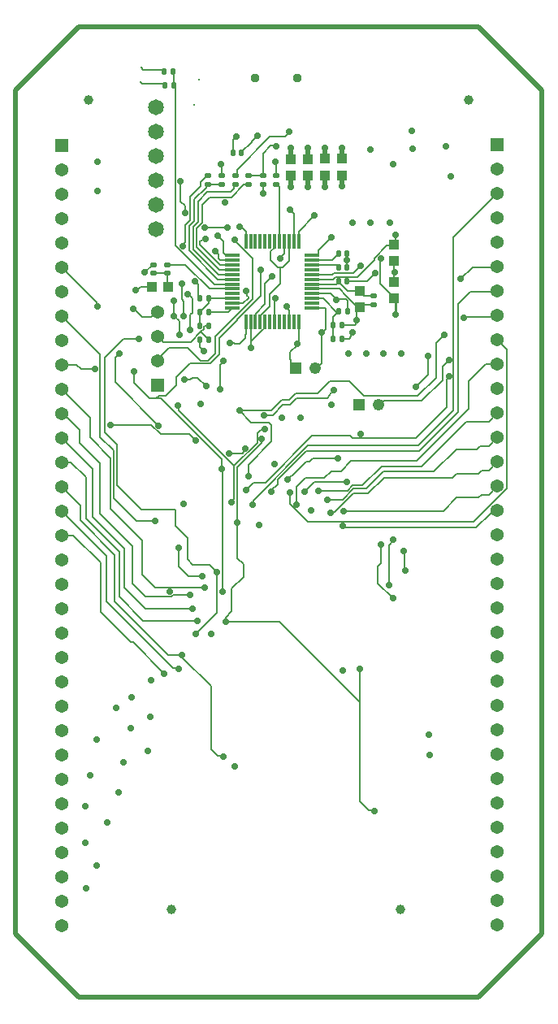
<source format=gbr>
G04*
G04 #@! TF.GenerationSoftware,Altium Limited,Altium Designer,22.4.2 (48)*
G04*
G04 Layer_Physical_Order=4*
G04 Layer_Color=16711680*
%FSLAX25Y25*%
%MOIN*%
G70*
G04*
G04 #@! TF.SameCoordinates,2D1903EE-2603-4782-A524-194C17E073E1*
G04*
G04*
G04 #@! TF.FilePolarity,Positive*
G04*
G01*
G75*
%ADD12C,0.01000*%
%ADD17R,0.03937X0.04331*%
G04:AMPARAMS|DCode=20|XSize=19.29mil|YSize=23.62mil|CornerRadius=1.93mil|HoleSize=0mil|Usage=FLASHONLY|Rotation=180.000|XOffset=0mil|YOffset=0mil|HoleType=Round|Shape=RoundedRectangle|*
%AMROUNDEDRECTD20*
21,1,0.01929,0.01976,0,0,180.0*
21,1,0.01543,0.02362,0,0,180.0*
1,1,0.00386,-0.00772,0.00988*
1,1,0.00386,0.00772,0.00988*
1,1,0.00386,0.00772,-0.00988*
1,1,0.00386,-0.00772,-0.00988*
%
%ADD20ROUNDEDRECTD20*%
G04:AMPARAMS|DCode=21|XSize=19.29mil|YSize=23.62mil|CornerRadius=1.93mil|HoleSize=0mil|Usage=FLASHONLY|Rotation=270.000|XOffset=0mil|YOffset=0mil|HoleType=Round|Shape=RoundedRectangle|*
%AMROUNDEDRECTD21*
21,1,0.01929,0.01976,0,0,270.0*
21,1,0.01543,0.02362,0,0,270.0*
1,1,0.00386,-0.00988,-0.00772*
1,1,0.00386,-0.00988,0.00772*
1,1,0.00386,0.00988,0.00772*
1,1,0.00386,0.00988,-0.00772*
%
%ADD21ROUNDEDRECTD21*%
%ADD22R,0.04331X0.03937*%
%ADD53C,0.00630*%
%ADD54C,0.02000*%
%ADD56C,0.00630*%
%ADD58C,0.03937*%
%ADD59R,0.05394X0.05394*%
%ADD60C,0.05394*%
%ADD61C,0.04882*%
%ADD62R,0.04882X0.04882*%
%ADD63C,0.06496*%
%ADD64C,0.03740*%
%ADD65C,0.02756*%
%ADD66C,0.01100*%
G04:AMPARAMS|DCode=80|XSize=11.02mil|YSize=61.42mil|CornerRadius=2.76mil|HoleSize=0mil|Usage=FLASHONLY|Rotation=90.000|XOffset=0mil|YOffset=0mil|HoleType=Round|Shape=RoundedRectangle|*
%AMROUNDEDRECTD80*
21,1,0.01102,0.05591,0,0,90.0*
21,1,0.00551,0.06142,0,0,90.0*
1,1,0.00551,0.02795,0.00276*
1,1,0.00551,0.02795,-0.00276*
1,1,0.00551,-0.02795,-0.00276*
1,1,0.00551,-0.02795,0.00276*
%
%ADD80ROUNDEDRECTD80*%
G04:AMPARAMS|DCode=81|XSize=11.02mil|YSize=61.42mil|CornerRadius=2.76mil|HoleSize=0mil|Usage=FLASHONLY|Rotation=180.000|XOffset=0mil|YOffset=0mil|HoleType=Round|Shape=RoundedRectangle|*
%AMROUNDEDRECTD81*
21,1,0.01102,0.05591,0,0,180.0*
21,1,0.00551,0.06142,0,0,180.0*
1,1,0.00551,-0.00276,0.02795*
1,1,0.00551,0.00276,0.02795*
1,1,0.00551,0.00276,-0.02795*
1,1,0.00551,-0.00276,-0.02795*
%
%ADD81ROUNDEDRECTD81*%
D12*
X250000Y382000D02*
Y387953D01*
X249300Y388653D02*
X250000Y387953D01*
D17*
X249200Y403954D02*
D03*
Y410646D02*
D03*
X249300Y395346D02*
D03*
Y388653D02*
D03*
X206900Y445793D02*
D03*
Y439100D02*
D03*
X235300Y391547D02*
D03*
Y384854D02*
D03*
X228000Y445839D02*
D03*
Y439147D02*
D03*
X221000D02*
D03*
Y445839D02*
D03*
X213900Y445793D02*
D03*
Y439100D02*
D03*
D20*
X169609Y388500D02*
D03*
X173191D02*
D03*
X173291Y371600D02*
D03*
X169709D02*
D03*
Y377300D02*
D03*
X173291D02*
D03*
X173091Y382900D02*
D03*
X169509D02*
D03*
X227902Y372160D02*
D03*
X224319D02*
D03*
X229991Y407100D02*
D03*
X226409D02*
D03*
X229983Y401400D02*
D03*
X226400D02*
D03*
X226409Y395600D02*
D03*
X229991D02*
D03*
X230091Y383300D02*
D03*
X226509D02*
D03*
X155000Y481700D02*
D03*
X158583D02*
D03*
X155300Y476000D02*
D03*
X158883D02*
D03*
X183109Y448400D02*
D03*
X186691D02*
D03*
X224310Y377760D02*
D03*
X227893D02*
D03*
D21*
X150448Y398897D02*
D03*
Y402480D02*
D03*
X156048D02*
D03*
Y398897D02*
D03*
X241000Y386109D02*
D03*
Y389691D02*
D03*
X172900Y435317D02*
D03*
Y438900D02*
D03*
X178500D02*
D03*
Y435317D02*
D03*
X184100Y435309D02*
D03*
Y438891D02*
D03*
X195400Y435300D02*
D03*
Y438883D02*
D03*
X189700Y435300D02*
D03*
Y438883D02*
D03*
X201000Y435317D02*
D03*
Y438900D02*
D03*
D22*
X156439Y393300D02*
D03*
X149747D02*
D03*
D53*
X249200Y410646D02*
X250038Y411484D01*
Y413962D01*
X248800Y410247D02*
X249200Y410646D01*
X174103Y203697D02*
Y229600D01*
X162707Y240996D02*
X174103Y229600D01*
X162707Y240996D02*
Y241893D01*
X162300Y242300D02*
X162707Y241893D01*
X235300Y182200D02*
Y222900D01*
X174103Y203697D02*
X176877Y200923D01*
X178877D01*
X179200Y200600D01*
X235300Y182200D02*
X238977Y178523D01*
X240977D01*
X241300Y178200D01*
X171500Y417800D02*
X171550Y417750D01*
X180750D01*
X180800Y417700D01*
X176800Y414386D02*
Y414400D01*
Y414386D02*
X179300Y411886D01*
X170254Y412269D02*
X170510Y412525D01*
X171561D02*
X171968Y412932D01*
X170510Y412525D02*
X171561D01*
X169969Y412269D02*
X170254D01*
X168300Y409700D02*
Y417436D01*
X170600Y419736D01*
Y427000D01*
X173700Y430100D01*
X206800Y439000D02*
X206900Y439100D01*
X145400Y483200D02*
X146219Y482381D01*
X154535D01*
X232567Y398967D02*
X235500Y401900D01*
X235700D01*
X224510Y398967D02*
X232567D01*
X225309Y397381D02*
X234207D01*
X241129Y404303D02*
Y405127D01*
X234207Y397381D02*
X241129Y404303D01*
X246248Y410247D02*
X248800D01*
X241129Y405127D02*
X246248Y410247D01*
X206137Y379000D02*
Y383788D01*
X205100Y384825D02*
X206137Y383788D01*
X205100Y384825D02*
Y385400D01*
X200366Y379134D02*
Y388566D01*
X200232Y379000D02*
X200366Y379134D01*
Y388566D02*
X200500Y388700D01*
X196200Y386200D02*
Y394800D01*
X199200Y397800D01*
X215704Y406284D02*
X218119D01*
X218355Y408355D02*
X223500Y413500D01*
X218119Y406284D02*
X218355Y406520D01*
Y408355D01*
X206500Y425000D02*
X208105Y423394D01*
Y411913D02*
Y423394D01*
X210074Y411913D02*
Y416074D01*
X216500Y422500D01*
X288024Y428024D02*
X288024D01*
X273600Y342700D02*
Y413600D01*
X288024Y428024D01*
X288024D02*
X291500Y431500D01*
X282000Y297000D02*
X295500Y310500D01*
Y367500D01*
X213864Y297000D02*
X282000D01*
X291500Y371500D02*
X295500Y367500D01*
X228592Y294815D02*
X230523D01*
X228200Y295207D02*
X228592Y294815D01*
X206400Y304464D02*
X213864Y297000D01*
X230523Y294815D02*
X230838Y294500D01*
X283000D01*
X288805Y300305D01*
X290211Y301500D02*
X291500D01*
X288805Y300305D02*
X289016D01*
X290211Y301500D01*
X277932Y381050D02*
X291050D01*
X280634Y391400D02*
X291400D01*
X286738Y361500D02*
X291500D01*
X288063Y308063D02*
X291500Y311500D01*
X288053Y328053D02*
X291500Y331500D01*
X281400Y401400D02*
X291400D01*
X288055Y318055D02*
X291500Y321500D01*
X288049Y338049D02*
X291500Y341500D01*
X291050Y381050D02*
X291500Y381500D01*
X291400Y391400D02*
X291500Y391500D01*
X291400Y401400D02*
X291500Y401500D01*
X285049Y338049D02*
X288049D01*
X285040Y338040D02*
X285049Y338049D01*
X278740Y338040D02*
X285040D01*
X260500Y319800D02*
X278740Y338040D01*
X244200Y319800D02*
X260500D01*
X236300Y311900D02*
X244200Y319800D01*
X232335Y311900D02*
X236300D01*
X230236Y309800D02*
X232335Y311900D01*
X218200Y309800D02*
X230236D01*
X285055Y318055D02*
X288055D01*
X283804Y316804D02*
X285055Y318055D01*
X274904Y316804D02*
X283804D01*
X273100Y315000D02*
X274904Y316804D01*
X245100Y315000D02*
X273100D01*
X238700Y308600D02*
X245100Y315000D01*
X232400Y308600D02*
X238700D01*
X224863Y301063D02*
X232400Y308600D01*
X223563Y301063D02*
X224863D01*
X223200Y300700D02*
X223563Y301063D01*
X276500Y396500D02*
X281400Y401400D01*
X284553Y328053D02*
X288053D01*
X283287Y326787D02*
X284553Y328053D01*
X274887Y326787D02*
X283287D01*
X265600Y317500D02*
X274887Y326787D01*
X244900Y317500D02*
X265600D01*
X237900Y310500D02*
X244900Y317500D01*
X232700Y310500D02*
X237900D01*
X228100Y305900D02*
X232700Y310500D01*
X222000Y305900D02*
X228100D01*
X285063Y308063D02*
X288063D01*
X283866Y306866D02*
X285063Y308063D01*
X274966Y306866D02*
X283866D01*
X269400Y301300D02*
X274966Y306866D01*
X228600Y301300D02*
X269400D01*
X279800Y354562D02*
X286738Y361500D01*
X279800Y343168D02*
Y354562D01*
X258632Y322000D02*
X279800Y343168D01*
X231700Y322000D02*
X258632D01*
X227500Y317800D02*
X231700Y322000D01*
X223600Y317800D02*
X227500D01*
X220668Y314867D02*
X223600Y317800D01*
X212768Y314867D02*
X220668D01*
X209300Y311400D02*
X212768Y314867D01*
X209300Y304100D02*
Y311400D01*
X206400Y304464D02*
Y309000D01*
X275500Y386266D02*
X280634Y391400D01*
X275500Y341900D02*
Y386266D01*
X259600Y326000D02*
X275500Y341900D01*
X213224Y326000D02*
X259600D01*
X201428Y314204D02*
X213224Y326000D01*
X201428Y312464D02*
Y314204D01*
X198800Y309836D02*
X201428Y312464D01*
X198800Y309300D02*
Y309836D01*
X259300Y328400D02*
X273600Y342700D01*
X214000Y328400D02*
X259300D01*
X191413Y305813D02*
X214000Y328400D01*
X191413Y304213D02*
Y305813D01*
X191200Y304000D02*
X191413Y304213D01*
X277582Y380700D02*
X277932Y381050D01*
X266400Y370300D02*
X269800Y373700D01*
X266400Y356000D02*
Y370300D01*
X183109Y448400D02*
Y452869D01*
X190756Y452681D02*
Y452856D01*
X186691Y448617D02*
X190756Y452681D01*
X183217Y452977D02*
Y453617D01*
X183109Y452869D02*
X183217Y452977D01*
X184781Y441281D02*
X198350Y454850D01*
X190756Y452856D02*
X193100Y455200D01*
X183217Y453617D02*
X184700Y455100D01*
X215900Y323000D02*
X226300D01*
X214700Y321800D02*
X215900Y323000D01*
X214100Y321800D02*
X214700D01*
X258100Y352400D02*
X263100Y357400D01*
Y364900D01*
X258900Y348500D02*
X266400Y356000D01*
X230775Y354700D02*
X236975Y348500D01*
X258900D01*
X260700Y346700D02*
X269067Y355067D01*
X243720Y345125D02*
X245295Y346700D01*
X242800Y345125D02*
X243720D01*
X245295Y346700D02*
X260700D01*
X269067Y355067D02*
Y360660D01*
X271807Y363400D01*
X249300Y395346D02*
Y399527D01*
X249200Y399627D02*
X249300Y399527D01*
X224368Y396441D02*
X225309Y397381D01*
X215704Y396441D02*
X224368D01*
X243600Y394550D02*
Y404800D01*
Y394550D02*
X249300Y388850D01*
Y388653D02*
Y388850D01*
X214000Y321700D02*
X214100Y321800D01*
X213200Y321700D02*
X214000D01*
X207529Y316030D02*
X213200Y321700D01*
X207130Y316030D02*
X207529D01*
X205400Y314300D02*
X207130Y316030D01*
X209200Y347800D02*
X221900D01*
X217800Y349500D02*
X223000Y354700D01*
X208900Y349500D02*
X217800D01*
X220275Y388567D02*
X226025Y382817D01*
X223000Y354700D02*
X230775D01*
X221900Y347800D02*
X222997Y348897D01*
X224500Y350722D02*
Y351000D01*
X222997Y349218D02*
X224500Y350722D01*
X222997Y348897D02*
Y349218D01*
X206300Y346900D02*
X208900Y349500D01*
X203100Y346900D02*
X206300D01*
X185900Y342500D02*
X185993Y342593D01*
X198793D01*
X203100Y346900D01*
X206400Y345000D02*
X209200Y347800D01*
X196000Y340800D02*
X199388D01*
X203588Y345000D01*
X206400D01*
X216663Y313363D02*
X229775D01*
X212600Y309300D02*
X216663Y313363D01*
X183671Y319929D02*
X193100Y329359D01*
X196137Y334737D02*
X196300Y334900D01*
X193100Y333400D02*
X194437Y334737D01*
X196137D01*
X193100Y329359D02*
Y333400D01*
X189400Y320400D02*
X198900Y329900D01*
X189400Y315600D02*
Y320400D01*
X198900Y329900D02*
Y336700D01*
X187125Y325100D02*
Y325343D01*
X188203Y326422D01*
X181400Y325100D02*
X187125D01*
X188203Y326422D02*
Y326997D01*
X161007Y342593D02*
X183671Y319929D01*
X161007Y342593D02*
Y344400D01*
X197800Y337800D02*
X198900Y336700D01*
X190600Y337800D02*
X197800D01*
X185900Y342500D02*
X190600Y337800D01*
X177900Y361325D02*
X179100Y362525D01*
X177900Y351400D02*
Y361325D01*
X179100Y362525D02*
Y363100D01*
X166438Y356100D02*
X168600D01*
X172200Y352500D01*
X155635Y348816D02*
X159812Y352993D01*
X153016Y348816D02*
X155635D01*
X159812Y352993D02*
Y356212D01*
X151700Y347500D02*
X153016Y348816D01*
X152229Y363629D02*
X156800Y368200D01*
X152229Y363000D02*
Y363629D01*
X183900Y412386D02*
Y412800D01*
Y412386D02*
X191200Y405086D01*
Y388400D02*
Y405086D01*
X175800Y373000D02*
X191200Y388400D01*
X175800Y365832D02*
Y373000D01*
X172868Y362900D02*
X175800Y365832D01*
X169848Y362900D02*
X172868D01*
X164548Y368200D02*
X169848Y362900D01*
X156800Y368200D02*
X164548D01*
X149472Y381100D02*
X151372Y383000D01*
X152229D01*
X145975Y381100D02*
X149472D01*
X142675Y384400D02*
X145975Y381100D01*
X142100Y384400D02*
X142675D01*
X152229Y372971D02*
X154400Y370800D01*
X152229Y372971D02*
Y373000D01*
X165828Y370800D02*
X169960Y374932D01*
X154400Y370800D02*
X165828D01*
X159812Y356212D02*
X165600Y362000D01*
X173900D01*
X163100Y355300D02*
X165638D01*
X166438Y356100D01*
X151700Y347500D02*
X153700D01*
X148900D02*
X151700D01*
X173900Y362000D02*
X177400Y365500D01*
Y372200D01*
X169709Y368594D02*
X171300Y367002D01*
Y366900D02*
Y367002D01*
X169709Y368594D02*
Y371600D01*
X172642Y372466D02*
X173291Y371816D01*
X169960Y374932D02*
X172425Y372466D01*
X172642D01*
X161100Y373800D02*
Y379193D01*
X158993Y381300D02*
X161100Y379193D01*
X163000Y381400D02*
Y387297D01*
X165700Y375700D02*
Y382038D01*
X249000Y289168D02*
Y289600D01*
X247167Y271021D02*
Y287335D01*
X249000Y289168D01*
X243800Y279912D02*
Y287500D01*
X242700Y278812D02*
X243800Y279912D01*
X242700Y271800D02*
Y278812D01*
Y271800D02*
X248800Y265700D01*
X253587Y277213D02*
X253873Y276927D01*
X253587Y277213D02*
Y284813D01*
X253300Y285100D02*
X253587Y284813D01*
X160600Y344807D02*
X161007Y344400D01*
X165200Y333000D02*
X168000Y330200D01*
X153400Y333000D02*
X165200D01*
X178800Y268400D02*
Y317500D01*
X149617Y336784D02*
X153400Y333000D01*
X133000Y336784D02*
X149617D01*
X134900Y354200D02*
X152700Y336400D01*
X130500Y364400D02*
X138100Y372000D01*
X130500Y333800D02*
Y364400D01*
Y333800D02*
X135700Y328600D01*
X128600Y331800D02*
Y365600D01*
X112800Y381400D02*
X128600Y365600D01*
Y331800D02*
X134170Y326230D01*
X112800Y401400D02*
X127293Y386907D01*
Y385707D02*
X127700Y385300D01*
X127293Y385707D02*
Y386907D01*
X136700Y365970D02*
Y366100D01*
X134900Y364170D02*
X136700Y365970D01*
X134900Y354200D02*
Y364170D01*
X142400Y354000D02*
X148900Y347500D01*
X120803Y359600D02*
X126700D01*
X138100Y372000D02*
X144700D01*
X146976Y399224D02*
X150231Y402480D01*
X135700Y311900D02*
Y328600D01*
Y311900D02*
X145700Y301900D01*
X134170Y306530D02*
Y326230D01*
Y306530D02*
X143500Y297200D01*
X133000Y302200D02*
X145900Y289300D01*
X133000Y302200D02*
Y323100D01*
X124500Y331600D02*
X133000Y323100D01*
X142400Y354000D02*
Y358600D01*
X128600Y300200D02*
X141800Y287000D01*
X128600Y300200D02*
Y321000D01*
X120200Y329400D02*
X128600Y321000D01*
X112800Y361400D02*
X119003D01*
X120803Y359600D01*
X177400Y372200D02*
X185000Y379800D01*
X112800Y351400D02*
X124500Y339700D01*
Y331600D02*
Y339700D01*
X182700Y269764D02*
X187400Y274464D01*
X180313Y257813D02*
X182700Y260200D01*
Y269764D01*
X180100Y256000D02*
X180313Y256213D01*
Y257813D01*
X176400Y259600D02*
Y276400D01*
X167800Y251000D02*
X176400Y259600D01*
X156600Y242300D02*
X162300D01*
X134600Y264300D02*
X156600Y242300D01*
X134600Y264300D02*
Y283400D01*
X142097Y247503D02*
X154900Y234700D01*
X141297Y247503D02*
X142097D01*
X128900Y259900D02*
X141297Y247503D01*
X128900Y259900D02*
Y280200D01*
X136400Y266200D02*
X146300Y256300D01*
X168500D01*
X157836Y266300D02*
X158636Y267100D01*
X165600D01*
X147304Y266300D02*
X157836D01*
X151200Y270000D02*
X171400D01*
X145900Y275300D02*
X151200Y270000D01*
X141800Y271804D02*
X147304Y266300D01*
X160477Y237123D02*
X160800Y236800D01*
X158477Y237123D02*
X160477D01*
X131200Y264400D02*
X158477Y237123D01*
X125600Y299000D02*
Y318600D01*
X112800Y331400D02*
X125600Y318600D01*
Y299000D02*
X138500Y286100D01*
X113600Y341400D02*
X120200Y334800D01*
Y329400D02*
Y334800D01*
X141800Y271804D02*
Y287000D01*
X112800Y341400D02*
X113600D01*
X147200Y261300D02*
X166500D01*
X117700Y291400D02*
X128900Y280200D01*
X112800Y291400D02*
X117700D01*
X131200Y264400D02*
Y283000D01*
X112800Y301400D02*
Y301400D01*
Y301400D02*
X131200Y283000D01*
X122800Y298168D02*
Y315300D01*
X116700Y321400D02*
X122800Y315300D01*
Y298168D02*
X136400Y284568D01*
X138500Y270000D02*
Y286100D01*
Y270000D02*
X147200Y261300D01*
X136400Y266200D02*
Y284568D01*
X120500Y297500D02*
X134600Y283400D01*
X120500Y297500D02*
Y303700D01*
X112800Y321400D02*
X116700D01*
X235300Y222900D02*
Y236700D01*
X202200Y256000D02*
X235300Y222900D01*
X180100Y256000D02*
X202200D01*
X112800Y311400D02*
X120500Y303700D01*
X234000Y380500D02*
Y385300D01*
X150448Y398897D02*
X156048D01*
X150231Y402480D02*
X150448D01*
X227902Y372160D02*
X230909D01*
X231693Y372944D02*
Y374293D01*
X232100Y374700D01*
X230909Y372160D02*
X231693Y372944D01*
X224310Y381102D02*
X226025Y382817D01*
X224310Y377760D02*
Y381102D01*
X226025Y382817D02*
X226509Y383300D01*
X226025Y382817D02*
X226133Y382708D01*
X224319Y372163D02*
Y377760D01*
X226239Y383031D02*
X226509Y383300D01*
X226239Y382708D02*
Y383031D01*
X233114Y377760D02*
X233981Y378627D01*
X227893Y377760D02*
X233114D01*
X233981Y380481D02*
X234000Y380500D01*
X233981Y378627D02*
Y380481D01*
X226133Y382708D02*
X226239D01*
X206663Y363701D02*
X206737Y363627D01*
Y362126D02*
Y363627D01*
Y362126D02*
X208863Y360000D01*
X206663Y363701D02*
Y366588D01*
X209400Y369325D02*
Y369900D01*
X206663Y366588D02*
X209400Y369325D01*
X217737Y360000D02*
X219600Y361863D01*
X216737Y360000D02*
X217737D01*
X219600Y361863D02*
Y374800D01*
X209400Y369900D02*
Y370475D01*
X210074Y371149D01*
Y379000D01*
X215704Y384630D02*
X220745D01*
X219865Y374800D02*
X221114Y376049D01*
X219600Y374800D02*
X219865D01*
X221114Y376049D02*
Y384261D01*
X220745Y384630D02*
X221114Y384261D01*
X165700Y420700D02*
Y430400D01*
X163700Y418700D02*
X165700Y420700D01*
X163700Y411554D02*
Y418700D01*
X162578Y410122D02*
Y410432D01*
X163700Y411554D01*
X165700Y430400D02*
X170000Y434700D01*
X165100Y408200D02*
X176859Y396441D01*
X165100Y418300D02*
X167200Y420400D01*
X165100Y408200D02*
Y418300D01*
X184014Y370000D02*
X185800D01*
X181800Y370300D02*
X183714D01*
X184014Y370000D01*
X185000Y379800D02*
Y380100D01*
X194700Y389800D01*
Y400200D01*
X202550Y394750D02*
Y401200D01*
X198200Y390400D02*
X202550Y394750D01*
X198200Y385300D02*
Y390400D01*
X180271Y406284D02*
X182791D01*
X179300Y407254D02*
X180271Y406284D01*
X179300Y407254D02*
Y411886D01*
X192409Y379051D02*
Y382409D01*
X196200Y386200D01*
X175706Y394421D02*
X182739D01*
X188420Y411913D02*
Y415979D01*
X186419Y417981D02*
X188420Y415979D01*
X190389Y370899D02*
X194819Y375329D01*
X194964D01*
X195477Y375842D01*
X196243Y376429D02*
X196294Y376480D01*
Y379000D01*
X196063Y376429D02*
X196243D01*
X195477Y375843D02*
X196063Y376429D01*
X195477Y375842D02*
Y375843D01*
X215706Y392502D02*
X226798D01*
X215704Y392504D02*
X215706Y392502D01*
X177978Y388567D02*
X182791D01*
X177911Y388500D02*
X177978Y388567D01*
X182791Y386598D02*
X187361D01*
X181061Y382900D02*
X182791Y384630D01*
X177342Y398358D02*
X182739D01*
X177946Y402354D02*
X182783D01*
X215704Y390535D02*
X223265D01*
X215704Y388567D02*
X220275D01*
X188420Y374076D02*
Y379000D01*
X202200Y411913D02*
Y434334D01*
X215704Y404315D02*
X223840D01*
X177885D02*
X182791D01*
X215704Y394472D02*
X225498D01*
X204169Y406990D02*
Y411913D01*
X173462Y392504D02*
X182791D01*
X215704Y402347D02*
X225670D01*
X177622Y400378D02*
X182791D01*
X190389Y370899D02*
Y379000D01*
X176859Y396441D02*
X182791D01*
X215704Y398410D02*
X223953D01*
X182739Y398358D02*
X182791Y398410D01*
X182739Y394421D02*
X182791Y394472D01*
X192358Y379000D02*
X192409Y379051D01*
X182783Y402354D02*
X182791Y402347D01*
X194326Y379000D02*
Y381520D01*
X194377Y381571D01*
X194471D01*
X198200Y385300D01*
X202550Y401200D02*
X203400D01*
X206137Y403937D01*
Y411913D01*
X201700Y401200D02*
X202550D01*
X198700Y404200D02*
X201700Y401200D01*
X198700Y404200D02*
Y407862D01*
X200232Y409394D01*
Y411913D01*
X223953Y398410D02*
X224510Y398967D01*
X172054Y434668D02*
X172704Y435317D01*
X172054Y434054D02*
Y434668D01*
X167200Y429200D02*
X172054Y434054D01*
X167200Y420400D02*
Y429200D01*
X187600Y435300D02*
X189700D01*
X182400Y430100D02*
X187600Y435300D01*
X173700Y430100D02*
X182400D01*
X168300Y409700D02*
X177622Y400378D01*
X226400Y401400D02*
Y401616D01*
X225670Y402347D02*
X226400Y401616D01*
X163486Y402480D02*
X173462Y392504D01*
X156048Y402480D02*
X163486D01*
X204021Y406843D02*
X204169Y406990D01*
X204021Y406721D02*
Y406843D01*
X202700Y405400D02*
X204021Y406721D01*
X202700Y405100D02*
Y405400D01*
X226409Y395384D02*
Y395600D01*
X225498Y394472D02*
X226409Y395384D01*
X175900Y407873D02*
Y407900D01*
Y407873D02*
X177178Y406595D01*
Y405022D02*
Y406595D01*
Y405022D02*
X177885Y404315D01*
X226409Y406883D02*
Y407100D01*
X223840Y404315D02*
X226409Y406883D01*
X201217Y435317D02*
X202200Y434334D01*
X201000Y435317D02*
X201217D01*
X188273Y373929D02*
X188420Y374076D01*
X188273Y372473D02*
Y373929D01*
X185800Y370000D02*
X188273Y372473D01*
X223265Y390535D02*
X225600Y388200D01*
X169600Y411900D02*
X169969Y412269D01*
X169600Y410700D02*
Y411900D01*
Y410700D02*
X177946Y402354D01*
X183884Y435309D02*
X184100D01*
X183419Y434844D02*
X183884Y435309D01*
X183419Y433519D02*
Y434844D01*
X182100Y432200D02*
X183419Y433519D01*
X172700Y432200D02*
X182100D01*
X168900Y428400D02*
X172700Y432200D01*
X168900Y420000D02*
Y428400D01*
X166900Y418000D02*
X168900Y420000D01*
X166900Y408800D02*
Y418000D01*
Y408800D02*
X177342Y398358D01*
X173091Y382900D02*
X181061D01*
X188500Y391600D02*
X188907Y391193D01*
Y389760D02*
Y391193D01*
Y389760D02*
X189400Y389267D01*
Y388637D02*
Y389267D01*
X187361Y386598D02*
X189400Y388637D01*
X173191Y388500D02*
X177911D01*
X232269Y387032D02*
X234000Y385300D01*
X232240Y387032D02*
X232269D01*
X229519Y389752D02*
X232240Y387032D01*
X229519Y389752D02*
Y389781D01*
X226798Y392502D02*
X229519Y389781D01*
X185719Y417981D02*
X186419D01*
X159663Y410463D02*
X175706Y394421D01*
X159663Y410463D02*
Y449088D01*
Y449260D01*
X159663Y449260D02*
X159663Y449260D01*
X159663Y449260D02*
X159664Y475218D01*
X159480Y475403D02*
X159664Y475218D01*
X158883Y476000D02*
X159480Y475403D01*
X249200Y399627D02*
Y403954D01*
X145075Y393300D02*
X149747D01*
X143875Y392100D02*
X145075Y393300D01*
X143300Y392100D02*
X143875D01*
X161600Y428479D02*
Y436700D01*
Y428479D02*
X163400Y426679D01*
X169609Y377400D02*
X169709Y377300D01*
X169609Y377400D02*
Y382800D01*
X169509Y382900D02*
X169609Y382800D01*
X173191Y386583D02*
Y388500D01*
X170375Y383766D02*
X173191Y386583D01*
X170158Y383766D02*
X170375D01*
X169509Y383117D02*
X170158Y383766D01*
X169509Y382900D02*
Y383117D01*
X165700Y382038D02*
X166400Y382738D01*
Y388500D01*
X162100Y388197D02*
Y394500D01*
Y388197D02*
X163000Y387297D01*
X164700Y390200D02*
X166400Y388500D01*
X158993Y381300D02*
Y387800D01*
X163400Y423600D02*
Y426679D01*
X173291Y371600D02*
Y371816D01*
X169960Y374932D02*
X171088Y376060D01*
X167500Y395559D02*
Y395600D01*
Y395559D02*
X168861Y394198D01*
Y390419D02*
Y394198D01*
X171088Y376060D02*
Y376931D01*
X171457Y377300D01*
X173291D01*
X168861Y390419D02*
X168959Y390321D01*
Y389150D02*
Y390321D01*
Y389150D02*
X169609Y388500D01*
X156048Y393692D02*
Y398897D01*
Y393692D02*
X156439Y393300D01*
X170000Y434700D02*
Y436216D01*
X172684Y438900D02*
X172900D01*
X170000Y436216D02*
X172684Y438900D01*
X172704Y435317D02*
X178500D01*
X190389Y368211D02*
Y370899D01*
Y368211D02*
X190400Y368200D01*
X198350Y454850D02*
X204450D01*
X206400Y456800D01*
X184317Y438891D02*
X184781Y439356D01*
Y441281D01*
X227900Y439046D02*
X228000Y439147D01*
X184100Y438891D02*
X184317D01*
X158733Y476150D02*
Y481550D01*
X195400Y438883D02*
Y448100D01*
X198500Y451200D02*
X200600D01*
X195400Y448100D02*
X198500Y451200D01*
X200700Y444600D02*
X200850Y444450D01*
Y439050D02*
X201000Y438900D01*
X200850Y439050D02*
Y444450D01*
X229987Y404250D02*
Y407096D01*
Y401404D02*
Y404250D01*
X201681Y438219D02*
Y438435D01*
X201217Y438900D02*
X201681Y438435D01*
X201000Y438900D02*
X201217D01*
X178300Y443473D02*
X178500Y443273D01*
X178300Y443473D02*
Y443500D01*
X178500Y438900D02*
Y443273D01*
X229991Y395600D02*
X238200D01*
X241500Y398900D01*
X226409Y395384D02*
X230246Y391547D01*
X235300D01*
X236958Y389691D02*
X241000D01*
X235300Y391350D02*
X236958Y389691D01*
X235300Y391350D02*
Y391547D01*
Y384854D02*
X236555Y386109D01*
X241000D01*
X229473Y388200D02*
X230091Y387582D01*
X225600Y388200D02*
X229473D01*
X230091Y383300D02*
Y387582D01*
X229983Y401400D02*
X229987Y401404D01*
Y407096D02*
X229991Y407100D01*
X195400Y431600D02*
Y435300D01*
X158733Y476150D02*
X158883Y476000D01*
X158583Y481700D02*
X158733Y481550D01*
X154535Y482381D02*
X155000Y481917D01*
Y481700D02*
Y481917D01*
X145991Y476600D02*
X154835D01*
X155300Y476135D01*
Y476000D02*
Y476135D01*
X145146Y477446D02*
X145991Y476600D01*
X186691Y448400D02*
Y448617D01*
X189700Y438883D02*
X195400D01*
X213850Y439050D02*
X213900Y439100D01*
X220900Y439046D02*
X221000Y439147D01*
D54*
X284000Y102000D02*
X308000Y126000D01*
X120000Y102000D02*
X284000D01*
X310000Y128000D02*
Y474000D01*
X308000Y126000D02*
X310000Y128000D01*
X284000Y500000D02*
X310000Y474000D01*
X94000Y128000D02*
X120000Y102000D01*
X152000Y500000D02*
X284000D01*
X120000D02*
X152000D01*
X94000Y474000D02*
X120000Y500000D01*
X94000Y128000D02*
Y474000D01*
X206800Y434400D02*
Y439000D01*
X228000Y445839D02*
Y450439D01*
X213900Y445793D02*
Y450393D01*
X221000Y445839D02*
Y450439D01*
X206900Y445793D02*
Y450393D01*
X213850Y434450D02*
Y439050D01*
X220900Y434446D02*
Y439046D01*
X228000Y434547D02*
Y439147D01*
D56*
X258157Y331257D02*
X271000Y344100D01*
X271807Y356225D02*
Y356800D01*
X271000Y355418D02*
X271807Y356225D01*
X271000Y344100D02*
Y355418D01*
X215600Y332200D02*
X231309D01*
X196500Y313100D02*
X215600Y332200D01*
X191500Y313100D02*
X196500D01*
X188500Y310100D02*
X191500Y313100D01*
X231309Y332200D02*
X232252Y331257D01*
X258157D01*
X195000Y329400D02*
Y330900D01*
X185000Y319400D02*
X195000Y329400D01*
X185000Y296500D02*
Y319400D01*
X182400Y305161D02*
X183671Y306432D01*
Y319929D01*
X182400Y305000D02*
Y305161D01*
X183671Y319929D02*
Y319929D01*
X153700Y347500D02*
X178700Y322500D01*
Y318600D02*
Y322500D01*
Y318600D02*
X178800Y318500D01*
Y317500D02*
Y318500D01*
X185000Y281945D02*
Y296500D01*
Y281945D02*
X187400Y279545D01*
X159231Y301900D02*
X159600Y301531D01*
X145700Y301900D02*
X159231D01*
X159600Y295200D02*
Y301531D01*
Y295200D02*
X164400Y290400D01*
Y281500D02*
Y290400D01*
Y281500D02*
X166600Y279300D01*
X173500D02*
X176400Y276400D01*
X166600Y279300D02*
X173500D01*
X143500Y297200D02*
X151200D01*
X187400Y274464D02*
Y279545D01*
X165000Y274600D02*
X170600D01*
X160900Y278700D02*
X165000Y274600D01*
X160900Y278700D02*
Y286200D01*
X145900Y275300D02*
Y289300D01*
D58*
X280000Y470000D02*
D03*
X124000D02*
D03*
X252000Y138000D02*
D03*
X158000D02*
D03*
D59*
X291500Y451500D02*
D03*
X112800Y451400D02*
D03*
X152229Y353000D02*
D03*
D60*
X291500Y441500D02*
D03*
Y431500D02*
D03*
Y421500D02*
D03*
Y411500D02*
D03*
Y401500D02*
D03*
Y391500D02*
D03*
Y381500D02*
D03*
Y371500D02*
D03*
Y361500D02*
D03*
Y351500D02*
D03*
Y341500D02*
D03*
Y331500D02*
D03*
Y321500D02*
D03*
Y311500D02*
D03*
Y301500D02*
D03*
Y291500D02*
D03*
Y281500D02*
D03*
Y271500D02*
D03*
Y261500D02*
D03*
Y251500D02*
D03*
Y241500D02*
D03*
Y231500D02*
D03*
Y221500D02*
D03*
Y211500D02*
D03*
Y201500D02*
D03*
Y191500D02*
D03*
Y181500D02*
D03*
Y171500D02*
D03*
Y161500D02*
D03*
Y151500D02*
D03*
Y141500D02*
D03*
Y131500D02*
D03*
X112800Y131400D02*
D03*
Y141400D02*
D03*
Y151400D02*
D03*
Y161400D02*
D03*
Y171400D02*
D03*
Y181400D02*
D03*
Y191400D02*
D03*
Y201400D02*
D03*
Y211400D02*
D03*
Y221400D02*
D03*
Y231400D02*
D03*
Y241400D02*
D03*
Y251400D02*
D03*
Y261400D02*
D03*
Y271400D02*
D03*
Y281400D02*
D03*
Y291400D02*
D03*
Y301400D02*
D03*
Y311400D02*
D03*
Y321400D02*
D03*
Y331400D02*
D03*
Y341400D02*
D03*
Y351400D02*
D03*
Y361400D02*
D03*
Y371400D02*
D03*
Y381400D02*
D03*
Y391400D02*
D03*
Y401400D02*
D03*
Y411400D02*
D03*
Y421400D02*
D03*
Y431400D02*
D03*
Y441400D02*
D03*
X152229Y383000D02*
D03*
Y363000D02*
D03*
Y373000D02*
D03*
D61*
X242800Y345125D02*
D03*
X216737Y360000D02*
D03*
D62*
X234926Y345125D02*
D03*
X208863Y360000D02*
D03*
D63*
X151400Y437000D02*
D03*
Y427000D02*
D03*
Y417000D02*
D03*
Y447000D02*
D03*
Y457000D02*
D03*
Y467000D02*
D03*
D64*
X192358Y479083D02*
D03*
X209681D02*
D03*
D65*
X250000Y382000D02*
D03*
X249855Y414765D02*
D03*
X127200Y156100D02*
D03*
X122500Y165400D02*
D03*
X122600Y180400D02*
D03*
X136200Y185900D02*
D03*
X124700Y193100D02*
D03*
X138200Y198200D02*
D03*
X148100Y203100D02*
D03*
X127100Y207600D02*
D03*
X256900Y449900D02*
D03*
X180800Y417700D02*
D03*
X176800Y414400D02*
D03*
X171500Y417800D02*
D03*
X171968Y412932D02*
D03*
X190394Y368205D02*
D03*
X181800Y370300D02*
D03*
X229987Y404250D02*
D03*
X235700Y401900D02*
D03*
X243749Y404897D02*
D03*
X249435Y399439D02*
D03*
X241500Y398900D02*
D03*
X233981Y379554D02*
D03*
X225643Y388164D02*
D03*
X205100Y385400D02*
D03*
X200500Y388700D02*
D03*
X199200Y397800D02*
D03*
X202685Y405055D02*
D03*
X239500Y449600D02*
D03*
X249000Y443600D02*
D03*
X247700Y419500D02*
D03*
X239700Y419600D02*
D03*
X232100D02*
D03*
X223500Y413500D02*
D03*
X206500Y425000D02*
D03*
X216500Y422500D02*
D03*
X195400Y431600D02*
D03*
X161600Y436700D02*
D03*
X178300Y443500D02*
D03*
X228200Y295207D02*
D03*
X272500Y438500D02*
D03*
X276500Y396500D02*
D03*
X277900Y380700D02*
D03*
X270400Y451100D02*
D03*
X200903Y451121D02*
D03*
X228000Y450439D02*
D03*
X213900Y450393D02*
D03*
X221000Y450439D02*
D03*
X206900Y450393D02*
D03*
X184586Y455053D02*
D03*
X226300Y323000D02*
D03*
X258100Y352400D02*
D03*
X263100Y364900D02*
D03*
X269800Y373700D02*
D03*
X271807Y356800D02*
D03*
Y363400D02*
D03*
X228600Y301300D02*
D03*
X224500Y351000D02*
D03*
X252200Y365900D02*
D03*
X237800Y366100D02*
D03*
X244900D02*
D03*
X230500Y365900D02*
D03*
X205400Y314300D02*
D03*
X198800Y309300D02*
D03*
X200100Y320700D02*
D03*
X218200Y309800D02*
D03*
X212600Y309300D02*
D03*
X222000Y305900D02*
D03*
X229775Y313363D02*
D03*
X215100Y301600D02*
D03*
X188500Y310100D02*
D03*
X223200Y300700D02*
D03*
X195000Y330900D02*
D03*
X188203Y326997D02*
D03*
X181400Y325100D02*
D03*
X185900Y342500D02*
D03*
X189400Y315600D02*
D03*
X209300Y304100D02*
D03*
X177900Y351400D02*
D03*
X179100Y363100D02*
D03*
X172200Y352500D02*
D03*
X163100Y355300D02*
D03*
X171300Y366900D02*
D03*
X161100Y373800D02*
D03*
X163000Y381400D02*
D03*
X165700Y375700D02*
D03*
X210900Y339507D02*
D03*
X249000Y289600D02*
D03*
X243800Y287500D02*
D03*
X253300Y285100D02*
D03*
X203200Y339707D02*
D03*
X196300Y334900D02*
D03*
X169800Y345400D02*
D03*
X160600Y344807D02*
D03*
X178700Y318600D02*
D03*
X196000Y340800D02*
D03*
X168000Y330200D02*
D03*
X152700Y336400D02*
D03*
X133000Y336784D02*
D03*
X185000Y296500D02*
D03*
X127400Y444800D02*
D03*
X127700Y432800D02*
D03*
Y385300D02*
D03*
X136700Y366100D02*
D03*
X126700Y359600D02*
D03*
X142400Y358600D02*
D03*
X253873Y276927D02*
D03*
X248800Y265700D02*
D03*
X247167Y271021D02*
D03*
X235418Y333050D02*
D03*
X144700Y372000D02*
D03*
X142100Y384400D02*
D03*
X163000Y304300D02*
D03*
X151200Y297200D02*
D03*
X193900Y295500D02*
D03*
X182400Y305000D02*
D03*
X178800Y268400D02*
D03*
X154900Y234700D02*
D03*
X167800Y251000D02*
D03*
X168500Y256300D02*
D03*
X165600Y267100D02*
D03*
X157200Y268200D02*
D03*
X171400Y270000D02*
D03*
X170600Y274600D02*
D03*
X176400Y276400D02*
D03*
X174100Y251000D02*
D03*
X162300Y242300D02*
D03*
X160800Y236800D02*
D03*
X160900Y286200D02*
D03*
X166500Y261300D02*
D03*
X180100Y256000D02*
D03*
X131400Y173800D02*
D03*
X141300Y212400D02*
D03*
X149700Y231900D02*
D03*
X141700Y225000D02*
D03*
X135100Y220800D02*
D03*
X149200Y217000D02*
D03*
X122800Y146800D02*
D03*
X206400Y309000D02*
D03*
X191200Y304000D02*
D03*
X179200Y200600D02*
D03*
X241300Y178200D02*
D03*
X184000Y196500D02*
D03*
X263606Y209525D02*
D03*
X263800Y201200D02*
D03*
X235300Y236700D02*
D03*
X228300Y235900D02*
D03*
X223575Y345125D02*
D03*
X232100Y374700D02*
D03*
X209400Y369900D02*
D03*
X219600Y374800D02*
D03*
X146800Y399400D02*
D03*
X194700Y400200D02*
D03*
X143300Y392100D02*
D03*
X162578Y410122D02*
D03*
X164700Y390200D02*
D03*
X158993Y381300D02*
D03*
X162100Y394500D02*
D03*
X163400Y423600D02*
D03*
X158993Y387800D02*
D03*
X167500Y395600D02*
D03*
X180000Y428100D02*
D03*
X188500Y391600D02*
D03*
X183900Y412800D02*
D03*
X256700Y457400D02*
D03*
X200700Y444600D02*
D03*
X185719Y417981D02*
D03*
X206332Y457006D02*
D03*
X193333Y455321D02*
D03*
X175800Y408100D02*
D03*
X228000Y434547D02*
D03*
X220900Y434446D02*
D03*
X213850Y434450D02*
D03*
X206800Y434400D02*
D03*
D66*
X145400Y483200D02*
D03*
X167300Y468000D02*
D03*
X169300Y478200D02*
D03*
X145146Y477446D02*
D03*
D80*
X215704Y406284D02*
D03*
Y404315D02*
D03*
Y402347D02*
D03*
Y400378D02*
D03*
Y398410D02*
D03*
Y396441D02*
D03*
Y394472D02*
D03*
Y392504D02*
D03*
Y390535D02*
D03*
Y388567D02*
D03*
Y386598D02*
D03*
Y384630D02*
D03*
X182791D02*
D03*
Y386598D02*
D03*
Y388567D02*
D03*
Y390535D02*
D03*
Y392504D02*
D03*
Y394472D02*
D03*
Y396441D02*
D03*
Y398410D02*
D03*
Y400378D02*
D03*
Y402347D02*
D03*
Y404315D02*
D03*
Y406284D02*
D03*
D81*
X210074Y379000D02*
D03*
X208105D02*
D03*
X206137D02*
D03*
X204169D02*
D03*
X202200D02*
D03*
X200232D02*
D03*
X198263D02*
D03*
X196294D02*
D03*
X194326D02*
D03*
X192358D02*
D03*
X190389D02*
D03*
X188420D02*
D03*
Y411913D02*
D03*
X190389D02*
D03*
X192358D02*
D03*
X194326D02*
D03*
X196294D02*
D03*
X198263D02*
D03*
X200232D02*
D03*
X202200D02*
D03*
X204169D02*
D03*
X206137D02*
D03*
X208105D02*
D03*
X210074D02*
D03*
M02*

</source>
